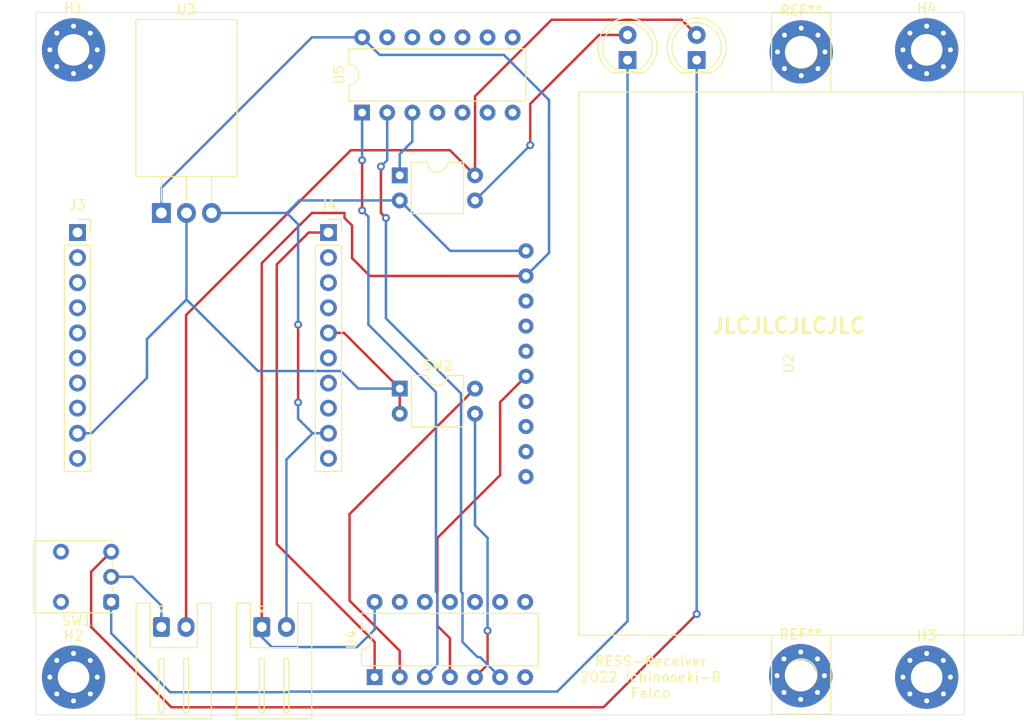
<source format=kicad_pcb>
(kicad_pcb (version 20171130) (host pcbnew "(5.1.9)-1")

  (general
    (thickness 1.6)
    (drawings 6)
    (tracks 130)
    (zones 0)
    (modules 19)
    (nets 16)
  )

  (page A4)
  (layers
    (0 F.Cu signal)
    (31 B.Cu signal)
    (32 B.Adhes user)
    (33 F.Adhes user)
    (34 B.Paste user)
    (35 F.Paste user)
    (36 B.SilkS user)
    (37 F.SilkS user)
    (38 B.Mask user)
    (39 F.Mask user)
    (40 Dwgs.User user)
    (41 Cmts.User user)
    (42 Eco1.User user)
    (43 Eco2.User user)
    (44 Edge.Cuts user)
    (45 Margin user)
    (46 B.CrtYd user hide)
    (47 F.CrtYd user hide)
    (48 B.Fab user hide)
    (49 F.Fab user hide)
  )

  (setup
    (last_trace_width 0.25)
    (trace_clearance 0.2)
    (zone_clearance 0.508)
    (zone_45_only no)
    (trace_min 0.2)
    (via_size 0.8)
    (via_drill 0.4)
    (via_min_size 0.4)
    (via_min_drill 0.3)
    (uvia_size 0.3)
    (uvia_drill 0.1)
    (uvias_allowed no)
    (uvia_min_size 0.2)
    (uvia_min_drill 0.1)
    (edge_width 0.05)
    (segment_width 0.2)
    (pcb_text_width 0.3)
    (pcb_text_size 1.5 1.5)
    (mod_edge_width 0.12)
    (mod_text_size 1 1)
    (mod_text_width 0.15)
    (pad_size 3.1 3.1)
    (pad_drill 3.1)
    (pad_to_mask_clearance 0)
    (aux_axis_origin 0 0)
    (visible_elements 7FFFFF7F)
    (pcbplotparams
      (layerselection 0x010fc_ffffffff)
      (usegerberextensions false)
      (usegerberattributes true)
      (usegerberadvancedattributes true)
      (creategerberjobfile true)
      (excludeedgelayer true)
      (linewidth 0.100000)
      (plotframeref false)
      (viasonmask false)
      (mode 1)
      (useauxorigin false)
      (hpglpennumber 1)
      (hpglpenspeed 20)
      (hpglpendiameter 15.000000)
      (psnegative false)
      (psa4output false)
      (plotreference true)
      (plotvalue true)
      (plotinvisibletext false)
      (padsonsilk false)
      (subtractmaskfromsilk false)
      (outputformat 1)
      (mirror false)
      (drillshape 0)
      (scaleselection 1)
      (outputdirectory "Output/"))
  )

  (net 0 "")
  (net 1 "Net-(D1-Pad1)")
  (net 2 "Net-(D1-Pad2)")
  (net 3 "Net-(D2-Pad1)")
  (net 4 GND)
  (net 5 "Net-(D2-Pad2)")
  (net 6 +5V)
  (net 7 "Net-(J6-Pad1)")
  (net 8 +3V3)
  (net 9 OUT1)
  (net 10 OUT4)
  (net 11 OUT3)
  (net 12 OUT)
  (net 13 OUT2)
  (net 14 OUT5)
  (net 15 OUT6)

  (net_class Default "This is the default net class."
    (clearance 0.2)
    (trace_width 0.25)
    (via_dia 0.8)
    (via_drill 0.4)
    (uvia_dia 0.3)
    (uvia_drill 0.1)
    (add_net +3V3)
    (add_net +5V)
    (add_net GND)
    (add_net "Net-(D1-Pad1)")
    (add_net "Net-(D1-Pad2)")
    (add_net "Net-(D2-Pad1)")
    (add_net "Net-(D2-Pad2)")
    (add_net "Net-(J6-Pad1)")
    (add_net OUT)
    (add_net OUT1)
    (add_net OUT2)
    (add_net OUT3)
    (add_net OUT4)
    (add_net OUT5)
    (add_net OUT6)
  )

  (module MountingHole:MountingHole_3.2mm_M3_Pad_Via (layer F.Cu) (tedit 56DDBCCA) (tstamp 62C85F56)
    (at 177.7492 148.4376)
    (descr "Mounting Hole 3.2mm, M3")
    (tags "mounting hole 3.2mm m3")
    (attr virtual)
    (fp_text reference REF** (at 0 -4.2) (layer F.SilkS)
      (effects (font (size 1 1) (thickness 0.15)))
    )
    (fp_text value MountingHole_3.2mm_M3_Pad_Via (at 0 4.2) (layer F.Fab)
      (effects (font (size 1 1) (thickness 0.15)))
    )
    (fp_circle (center 0 0) (end 3.2 0) (layer Cmts.User) (width 0.15))
    (fp_circle (center 0 0) (end 3.45 0) (layer F.CrtYd) (width 0.05))
    (fp_text user %R (at 0.3 0) (layer F.Fab)
      (effects (font (size 1 1) (thickness 0.15)))
    )
    (pad 1 thru_hole circle (at 0 0) (size 6.4 6.4) (drill 3.2) (layers *.Cu *.Mask))
    (pad 1 thru_hole circle (at 2.4 0) (size 0.8 0.8) (drill 0.5) (layers *.Cu *.Mask))
    (pad 1 thru_hole circle (at 1.697056 1.697056) (size 0.8 0.8) (drill 0.5) (layers *.Cu *.Mask))
    (pad 1 thru_hole circle (at 0 2.4) (size 0.8 0.8) (drill 0.5) (layers *.Cu *.Mask))
    (pad 1 thru_hole circle (at -1.697056 1.697056) (size 0.8 0.8) (drill 0.5) (layers *.Cu *.Mask))
    (pad 1 thru_hole circle (at -2.4 0) (size 0.8 0.8) (drill 0.5) (layers *.Cu *.Mask))
    (pad 1 thru_hole circle (at -1.697056 -1.697056) (size 0.8 0.8) (drill 0.5) (layers *.Cu *.Mask))
    (pad 1 thru_hole circle (at 0 -2.4) (size 0.8 0.8) (drill 0.5) (layers *.Cu *.Mask))
    (pad 1 thru_hole circle (at 1.697056 -1.697056) (size 0.8 0.8) (drill 0.5) (layers *.Cu *.Mask))
  )

  (module MountingHole:MountingHole_3.2mm_M3_Pad_Via (layer F.Cu) (tedit 56DDBCCA) (tstamp 62C85F03)
    (at 177.8 85.2932)
    (descr "Mounting Hole 3.2mm, M3")
    (tags "mounting hole 3.2mm m3")
    (attr virtual)
    (fp_text reference REF** (at 0 -4.2) (layer F.SilkS)
      (effects (font (size 1 1) (thickness 0.15)))
    )
    (fp_text value MountingHole_3.2mm_M3_Pad_Via (at 0 4.2) (layer F.Fab)
      (effects (font (size 1 1) (thickness 0.15)))
    )
    (fp_circle (center 0 0) (end 3.2 0) (layer Cmts.User) (width 0.15))
    (fp_circle (center 0 0) (end 3.45 0) (layer F.CrtYd) (width 0.05))
    (fp_text user %R (at 0.3 0) (layer F.Fab)
      (effects (font (size 1 1) (thickness 0.15)))
    )
    (pad 1 thru_hole circle (at 1.697056 -1.697056) (size 0.8 0.8) (drill 0.5) (layers *.Cu *.Mask))
    (pad 1 thru_hole circle (at 0 -2.4) (size 0.8 0.8) (drill 0.5) (layers *.Cu *.Mask))
    (pad 1 thru_hole circle (at -1.697056 -1.697056) (size 0.8 0.8) (drill 0.5) (layers *.Cu *.Mask))
    (pad 1 thru_hole circle (at -2.4 0) (size 0.8 0.8) (drill 0.5) (layers *.Cu *.Mask))
    (pad 1 thru_hole circle (at -1.697056 1.697056) (size 0.8 0.8) (drill 0.5) (layers *.Cu *.Mask))
    (pad 1 thru_hole circle (at 0 2.4) (size 0.8 0.8) (drill 0.5) (layers *.Cu *.Mask))
    (pad 1 thru_hole circle (at 1.697056 1.697056) (size 0.8 0.8) (drill 0.5) (layers *.Cu *.Mask))
    (pad 1 thru_hole circle (at 2.4 0) (size 0.8 0.8) (drill 0.5) (layers *.Cu *.Mask))
    (pad 1 thru_hole circle (at 0 0) (size 6.4 6.4) (drill 3.2) (layers *.Cu *.Mask))
  )

  (module Connector_PinSocket_2.54mm:PinSocket_1x10_P2.54mm_Vertical (layer F.Cu) (tedit 5A19A425) (tstamp 60B0B475)
    (at 104.54 103.58)
    (descr "Through hole straight socket strip, 1x10, 2.54mm pitch, single row (from Kicad 4.0.7), script generated")
    (tags "Through hole socket strip THT 1x10 2.54mm single row")
    (path /60B01E56)
    (fp_text reference J3 (at 0 -2.77) (layer F.SilkS)
      (effects (font (size 1 1) (thickness 0.15)))
    )
    (fp_text value ADP_L (at 0 25.63) (layer F.Fab)
      (effects (font (size 1 1) (thickness 0.15)))
    )
    (fp_line (start -1.27 -1.27) (end 0.635 -1.27) (layer F.Fab) (width 0.1))
    (fp_line (start 0.635 -1.27) (end 1.27 -0.635) (layer F.Fab) (width 0.1))
    (fp_line (start 1.27 -0.635) (end 1.27 24.13) (layer F.Fab) (width 0.1))
    (fp_line (start 1.27 24.13) (end -1.27 24.13) (layer F.Fab) (width 0.1))
    (fp_line (start -1.27 24.13) (end -1.27 -1.27) (layer F.Fab) (width 0.1))
    (fp_line (start -1.33 1.27) (end 1.33 1.27) (layer F.SilkS) (width 0.12))
    (fp_line (start -1.33 1.27) (end -1.33 24.19) (layer F.SilkS) (width 0.12))
    (fp_line (start -1.33 24.19) (end 1.33 24.19) (layer F.SilkS) (width 0.12))
    (fp_line (start 1.33 1.27) (end 1.33 24.19) (layer F.SilkS) (width 0.12))
    (fp_line (start 1.33 -1.33) (end 1.33 0) (layer F.SilkS) (width 0.12))
    (fp_line (start 0 -1.33) (end 1.33 -1.33) (layer F.SilkS) (width 0.12))
    (fp_line (start -1.8 -1.8) (end 1.75 -1.8) (layer F.CrtYd) (width 0.05))
    (fp_line (start 1.75 -1.8) (end 1.75 24.6) (layer F.CrtYd) (width 0.05))
    (fp_line (start 1.75 24.6) (end -1.8 24.6) (layer F.CrtYd) (width 0.05))
    (fp_line (start -1.8 24.6) (end -1.8 -1.8) (layer F.CrtYd) (width 0.05))
    (fp_text user %R (at 0 11.43 90) (layer F.Fab)
      (effects (font (size 1 1) (thickness 0.15)))
    )
    (pad 1 thru_hole rect (at 0 0) (size 1.7 1.7) (drill 1) (layers *.Cu *.Mask))
    (pad 2 thru_hole oval (at 0 2.54) (size 1.7 1.7) (drill 1) (layers *.Cu *.Mask))
    (pad 3 thru_hole oval (at 0 5.08) (size 1.7 1.7) (drill 1) (layers *.Cu *.Mask))
    (pad 4 thru_hole oval (at 0 7.62) (size 1.7 1.7) (drill 1) (layers *.Cu *.Mask))
    (pad 5 thru_hole oval (at 0 10.16) (size 1.7 1.7) (drill 1) (layers *.Cu *.Mask))
    (pad 6 thru_hole oval (at 0 12.7) (size 1.7 1.7) (drill 1) (layers *.Cu *.Mask))
    (pad 7 thru_hole oval (at 0 15.24) (size 1.7 1.7) (drill 1) (layers *.Cu *.Mask))
    (pad 8 thru_hole oval (at 0 17.78) (size 1.7 1.7) (drill 1) (layers *.Cu *.Mask))
    (pad 9 thru_hole oval (at 0 20.32) (size 1.7 1.7) (drill 1) (layers *.Cu *.Mask)
      (net 8 +3V3))
    (pad 10 thru_hole oval (at 0 22.86) (size 1.7 1.7) (drill 1) (layers *.Cu *.Mask))
    (model ${KISYS3DMOD}/Connector_PinSocket_2.54mm.3dshapes/PinSocket_1x10_P2.54mm_Vertical.wrl
      (at (xyz 0 0 0))
      (scale (xyz 1 1 1))
      (rotate (xyz 0 0 0))
    )
  )

  (module Connector_PinSocket_2.54mm:PinSocket_1x10_P2.54mm_Vertical (layer F.Cu) (tedit 5A19A425) (tstamp 60B0B4CC)
    (at 129.94 103.58)
    (descr "Through hole straight socket strip, 1x10, 2.54mm pitch, single row (from Kicad 4.0.7), script generated")
    (tags "Through hole socket strip THT 1x10 2.54mm single row")
    (path /60B038BF)
    (fp_text reference J4 (at 0 -2.77) (layer F.SilkS)
      (effects (font (size 1 1) (thickness 0.15)))
    )
    (fp_text value ADP_R (at 0 25.63) (layer F.Fab)
      (effects (font (size 1 1) (thickness 0.15)))
    )
    (fp_line (start -1.8 24.6) (end -1.8 -1.8) (layer F.CrtYd) (width 0.05))
    (fp_line (start 1.75 24.6) (end -1.8 24.6) (layer F.CrtYd) (width 0.05))
    (fp_line (start 1.75 -1.8) (end 1.75 24.6) (layer F.CrtYd) (width 0.05))
    (fp_line (start -1.8 -1.8) (end 1.75 -1.8) (layer F.CrtYd) (width 0.05))
    (fp_line (start 0 -1.33) (end 1.33 -1.33) (layer F.SilkS) (width 0.12))
    (fp_line (start 1.33 -1.33) (end 1.33 0) (layer F.SilkS) (width 0.12))
    (fp_line (start 1.33 1.27) (end 1.33 24.19) (layer F.SilkS) (width 0.12))
    (fp_line (start -1.33 24.19) (end 1.33 24.19) (layer F.SilkS) (width 0.12))
    (fp_line (start -1.33 1.27) (end -1.33 24.19) (layer F.SilkS) (width 0.12))
    (fp_line (start -1.33 1.27) (end 1.33 1.27) (layer F.SilkS) (width 0.12))
    (fp_line (start -1.27 24.13) (end -1.27 -1.27) (layer F.Fab) (width 0.1))
    (fp_line (start 1.27 24.13) (end -1.27 24.13) (layer F.Fab) (width 0.1))
    (fp_line (start 1.27 -0.635) (end 1.27 24.13) (layer F.Fab) (width 0.1))
    (fp_line (start 0.635 -1.27) (end 1.27 -0.635) (layer F.Fab) (width 0.1))
    (fp_line (start -1.27 -1.27) (end 0.635 -1.27) (layer F.Fab) (width 0.1))
    (fp_text user %R (at 0 11.43 90) (layer F.Fab)
      (effects (font (size 1 1) (thickness 0.15)))
    )
    (pad 10 thru_hole oval (at 0 22.86) (size 1.7 1.7) (drill 1) (layers *.Cu *.Mask))
    (pad 9 thru_hole oval (at 0 20.32) (size 1.7 1.7) (drill 1) (layers *.Cu *.Mask)
      (net 4 GND))
    (pad 8 thru_hole oval (at 0 17.78) (size 1.7 1.7) (drill 1) (layers *.Cu *.Mask))
    (pad 7 thru_hole oval (at 0 15.24) (size 1.7 1.7) (drill 1) (layers *.Cu *.Mask))
    (pad 6 thru_hole oval (at 0 12.7) (size 1.7 1.7) (drill 1) (layers *.Cu *.Mask))
    (pad 5 thru_hole oval (at 0 10.16) (size 1.7 1.7) (drill 1) (layers *.Cu *.Mask)
      (net 8 +3V3))
    (pad 4 thru_hole oval (at 0 7.62) (size 1.7 1.7) (drill 1) (layers *.Cu *.Mask))
    (pad 3 thru_hole oval (at 0 5.08) (size 1.7 1.7) (drill 1) (layers *.Cu *.Mask))
    (pad 2 thru_hole oval (at 0 2.54) (size 1.7 1.7) (drill 1) (layers *.Cu *.Mask))
    (pad 1 thru_hole rect (at 0 0) (size 1.7 1.7) (drill 1) (layers *.Cu *.Mask)
      (net 9 OUT1))
    (model ${KISYS3DMOD}/Connector_PinSocket_2.54mm.3dshapes/PinSocket_1x10_P2.54mm_Vertical.wrl
      (at (xyz 0 0 0))
      (scale (xyz 1 1 1))
      (rotate (xyz 0 0 0))
    )
  )

  (module Connector_JST:JST_XH_S2B-XH-A_1x02_P2.50mm_Horizontal (layer F.Cu) (tedit 5C281475) (tstamp 60B05C93)
    (at 123.19 143.51)
    (descr "JST XH series connector, S2B-XH-A (http://www.jst-mfg.com/product/pdf/eng/eXH.pdf), generated with kicad-footprint-generator")
    (tags "connector JST XH horizontal")
    (path /60B39C1D)
    (fp_text reference J5 (at 1.25 -3.5) (layer F.SilkS) hide
      (effects (font (size 1 1) (thickness 0.15)))
    )
    (fp_text value Power (at 1.25 10.4) (layer F.Fab)
      (effects (font (size 1 1) (thickness 0.15)))
    )
    (fp_line (start -2.95 -2.8) (end -2.95 9.7) (layer F.CrtYd) (width 0.05))
    (fp_line (start -2.95 9.7) (end 5.45 9.7) (layer F.CrtYd) (width 0.05))
    (fp_line (start 5.45 9.7) (end 5.45 -2.8) (layer F.CrtYd) (width 0.05))
    (fp_line (start 5.45 -2.8) (end -2.95 -2.8) (layer F.CrtYd) (width 0.05))
    (fp_line (start 1.25 9.31) (end -2.56 9.31) (layer F.SilkS) (width 0.12))
    (fp_line (start -2.56 9.31) (end -2.56 -2.41) (layer F.SilkS) (width 0.12))
    (fp_line (start -2.56 -2.41) (end -1.14 -2.41) (layer F.SilkS) (width 0.12))
    (fp_line (start -1.14 -2.41) (end -1.14 2.09) (layer F.SilkS) (width 0.12))
    (fp_line (start -1.14 2.09) (end 1.25 2.09) (layer F.SilkS) (width 0.12))
    (fp_line (start 1.25 9.31) (end 5.06 9.31) (layer F.SilkS) (width 0.12))
    (fp_line (start 5.06 9.31) (end 5.06 -2.41) (layer F.SilkS) (width 0.12))
    (fp_line (start 5.06 -2.41) (end 3.64 -2.41) (layer F.SilkS) (width 0.12))
    (fp_line (start 3.64 -2.41) (end 3.64 2.09) (layer F.SilkS) (width 0.12))
    (fp_line (start 3.64 2.09) (end 1.25 2.09) (layer F.SilkS) (width 0.12))
    (fp_line (start 1.25 9.2) (end -2.45 9.2) (layer F.Fab) (width 0.1))
    (fp_line (start -2.45 9.2) (end -2.45 -2.3) (layer F.Fab) (width 0.1))
    (fp_line (start -2.45 -2.3) (end -1.25 -2.3) (layer F.Fab) (width 0.1))
    (fp_line (start -1.25 -2.3) (end -1.25 2.2) (layer F.Fab) (width 0.1))
    (fp_line (start -1.25 2.2) (end 1.25 2.2) (layer F.Fab) (width 0.1))
    (fp_line (start 1.25 9.2) (end 4.95 9.2) (layer F.Fab) (width 0.1))
    (fp_line (start 4.95 9.2) (end 4.95 -2.3) (layer F.Fab) (width 0.1))
    (fp_line (start 4.95 -2.3) (end 3.75 -2.3) (layer F.Fab) (width 0.1))
    (fp_line (start 3.75 -2.3) (end 3.75 2.2) (layer F.Fab) (width 0.1))
    (fp_line (start 3.75 2.2) (end 1.25 2.2) (layer F.Fab) (width 0.1))
    (fp_line (start -0.25 3.2) (end -0.25 8.7) (layer F.SilkS) (width 0.12))
    (fp_line (start -0.25 8.7) (end 0.25 8.7) (layer F.SilkS) (width 0.12))
    (fp_line (start 0.25 8.7) (end 0.25 3.2) (layer F.SilkS) (width 0.12))
    (fp_line (start 0.25 3.2) (end -0.25 3.2) (layer F.SilkS) (width 0.12))
    (fp_line (start 2.25 3.2) (end 2.25 8.7) (layer F.SilkS) (width 0.12))
    (fp_line (start 2.25 8.7) (end 2.75 8.7) (layer F.SilkS) (width 0.12))
    (fp_line (start 2.75 8.7) (end 2.75 3.2) (layer F.SilkS) (width 0.12))
    (fp_line (start 2.75 3.2) (end 2.25 3.2) (layer F.SilkS) (width 0.12))
    (fp_line (start 0 -1.5) (end -0.3 -2.1) (layer F.SilkS) (width 0.12))
    (fp_line (start -0.3 -2.1) (end 0.3 -2.1) (layer F.SilkS) (width 0.12))
    (fp_line (start 0.3 -2.1) (end 0 -1.5) (layer F.SilkS) (width 0.12))
    (fp_line (start -0.625 2.2) (end 0 1.2) (layer F.Fab) (width 0.1))
    (fp_line (start 0 1.2) (end 0.625 2.2) (layer F.Fab) (width 0.1))
    (fp_text user %R (at 1.25 3.45) (layer F.Fab)
      (effects (font (size 1 1) (thickness 0.15)))
    )
    (pad 1 thru_hole roundrect (at 0 0) (size 1.7 2) (drill 1) (layers *.Cu *.Mask) (roundrect_rratio 0.1470588235294118)
      (net 6 +5V))
    (pad 2 thru_hole oval (at 2.5 0) (size 1.7 2) (drill 1) (layers *.Cu *.Mask)
      (net 4 GND))
    (model ${KISYS3DMOD}/Connector_JST.3dshapes/JST_XH_S2B-XH-A_1x02_P2.50mm_Horizontal.wrl
      (at (xyz 0 0 0))
      (scale (xyz 1 1 1))
      (rotate (xyz 0 0 0))
    )
  )

  (module Connector_JST:JST_XH_S2B-XH-A_1x02_P2.50mm_Horizontal (layer F.Cu) (tedit 5C281475) (tstamp 60B05D03)
    (at 113.03 143.51)
    (descr "JST XH series connector, S2B-XH-A (http://www.jst-mfg.com/product/pdf/eng/eXH.pdf), generated with kicad-footprint-generator")
    (tags "connector JST XH horizontal")
    (path /60BC7FBD)
    (fp_text reference J6 (at 1.25 -3.5) (layer F.SilkS) hide
      (effects (font (size 1 1) (thickness 0.15)))
    )
    (fp_text value RESS_OUT1 (at 1.25 10.4) (layer F.Fab)
      (effects (font (size 1 1) (thickness 0.15)))
    )
    (fp_line (start -2.95 -2.8) (end -2.95 9.7) (layer F.CrtYd) (width 0.05))
    (fp_line (start -2.95 9.7) (end 5.45 9.7) (layer F.CrtYd) (width 0.05))
    (fp_line (start 5.45 9.7) (end 5.45 -2.8) (layer F.CrtYd) (width 0.05))
    (fp_line (start 5.45 -2.8) (end -2.95 -2.8) (layer F.CrtYd) (width 0.05))
    (fp_line (start 1.25 9.31) (end -2.56 9.31) (layer F.SilkS) (width 0.12))
    (fp_line (start -2.56 9.31) (end -2.56 -2.41) (layer F.SilkS) (width 0.12))
    (fp_line (start -2.56 -2.41) (end -1.14 -2.41) (layer F.SilkS) (width 0.12))
    (fp_line (start -1.14 -2.41) (end -1.14 2.09) (layer F.SilkS) (width 0.12))
    (fp_line (start -1.14 2.09) (end 1.25 2.09) (layer F.SilkS) (width 0.12))
    (fp_line (start 1.25 9.31) (end 5.06 9.31) (layer F.SilkS) (width 0.12))
    (fp_line (start 5.06 9.31) (end 5.06 -2.41) (layer F.SilkS) (width 0.12))
    (fp_line (start 5.06 -2.41) (end 3.64 -2.41) (layer F.SilkS) (width 0.12))
    (fp_line (start 3.64 -2.41) (end 3.64 2.09) (layer F.SilkS) (width 0.12))
    (fp_line (start 3.64 2.09) (end 1.25 2.09) (layer F.SilkS) (width 0.12))
    (fp_line (start 1.25 9.2) (end -2.45 9.2) (layer F.Fab) (width 0.1))
    (fp_line (start -2.45 9.2) (end -2.45 -2.3) (layer F.Fab) (width 0.1))
    (fp_line (start -2.45 -2.3) (end -1.25 -2.3) (layer F.Fab) (width 0.1))
    (fp_line (start -1.25 -2.3) (end -1.25 2.2) (layer F.Fab) (width 0.1))
    (fp_line (start -1.25 2.2) (end 1.25 2.2) (layer F.Fab) (width 0.1))
    (fp_line (start 1.25 9.2) (end 4.95 9.2) (layer F.Fab) (width 0.1))
    (fp_line (start 4.95 9.2) (end 4.95 -2.3) (layer F.Fab) (width 0.1))
    (fp_line (start 4.95 -2.3) (end 3.75 -2.3) (layer F.Fab) (width 0.1))
    (fp_line (start 3.75 -2.3) (end 3.75 2.2) (layer F.Fab) (width 0.1))
    (fp_line (start 3.75 2.2) (end 1.25 2.2) (layer F.Fab) (width 0.1))
    (fp_line (start -0.25 3.2) (end -0.25 8.7) (layer F.SilkS) (width 0.12))
    (fp_line (start -0.25 8.7) (end 0.25 8.7) (layer F.SilkS) (width 0.12))
    (fp_line (start 0.25 8.7) (end 0.25 3.2) (layer F.SilkS) (width 0.12))
    (fp_line (start 0.25 3.2) (end -0.25 3.2) (layer F.SilkS) (width 0.12))
    (fp_line (start 2.25 3.2) (end 2.25 8.7) (layer F.SilkS) (width 0.12))
    (fp_line (start 2.25 8.7) (end 2.75 8.7) (layer F.SilkS) (width 0.12))
    (fp_line (start 2.75 8.7) (end 2.75 3.2) (layer F.SilkS) (width 0.12))
    (fp_line (start 2.75 3.2) (end 2.25 3.2) (layer F.SilkS) (width 0.12))
    (fp_line (start 0 -1.5) (end -0.3 -2.1) (layer F.SilkS) (width 0.12))
    (fp_line (start -0.3 -2.1) (end 0.3 -2.1) (layer F.SilkS) (width 0.12))
    (fp_line (start 0.3 -2.1) (end 0 -1.5) (layer F.SilkS) (width 0.12))
    (fp_line (start -0.625 2.2) (end 0 1.2) (layer F.Fab) (width 0.1))
    (fp_line (start 0 1.2) (end 0.625 2.2) (layer F.Fab) (width 0.1))
    (fp_text user %R (at 1.25 3.45) (layer F.Fab)
      (effects (font (size 1 1) (thickness 0.15)))
    )
    (pad 1 thru_hole roundrect (at 0 0) (size 1.7 2) (drill 1) (layers *.Cu *.Mask) (roundrect_rratio 0.1470588235294118)
      (net 7 "Net-(J6-Pad1)"))
    (pad 2 thru_hole oval (at 2.5 0) (size 1.7 2) (drill 1) (layers *.Cu *.Mask)
      (net 5 "Net-(D2-Pad2)"))
    (model ${KISYS3DMOD}/Connector_JST.3dshapes/JST_XH_S2B-XH-A_1x02_P2.50mm_Horizontal.wrl
      (at (xyz 0 0 0))
      (scale (xyz 1 1 1))
      (rotate (xyz 0 0 0))
    )
  )

  (module Package_DIP:DIP-4_W7.62mm (layer F.Cu) (tedit 5A02E8C5) (tstamp 60B0B42A)
    (at 137.16 97.79)
    (descr "4-lead though-hole mounted DIP package, row spacing 7.62 mm (300 mils)")
    (tags "THT DIP DIL PDIP 2.54mm 7.62mm 300mil")
    (path /60AF1260)
    (fp_text reference U1 (at 3.81 -2.33) (layer F.SilkS) hide
      (effects (font (size 1 1) (thickness 0.15)))
    )
    (fp_text value LTV-817 (at 3.81 4.87) (layer F.Fab)
      (effects (font (size 1 1) (thickness 0.15)))
    )
    (fp_line (start 1.635 -1.27) (end 6.985 -1.27) (layer F.Fab) (width 0.1))
    (fp_line (start 6.985 -1.27) (end 6.985 3.81) (layer F.Fab) (width 0.1))
    (fp_line (start 6.985 3.81) (end 0.635 3.81) (layer F.Fab) (width 0.1))
    (fp_line (start 0.635 3.81) (end 0.635 -0.27) (layer F.Fab) (width 0.1))
    (fp_line (start 0.635 -0.27) (end 1.635 -1.27) (layer F.Fab) (width 0.1))
    (fp_line (start 2.81 -1.33) (end 1.16 -1.33) (layer F.SilkS) (width 0.12))
    (fp_line (start 1.16 -1.33) (end 1.16 3.87) (layer F.SilkS) (width 0.12))
    (fp_line (start 1.16 3.87) (end 6.46 3.87) (layer F.SilkS) (width 0.12))
    (fp_line (start 6.46 3.87) (end 6.46 -1.33) (layer F.SilkS) (width 0.12))
    (fp_line (start 6.46 -1.33) (end 4.81 -1.33) (layer F.SilkS) (width 0.12))
    (fp_line (start -1.1 -1.55) (end -1.1 4.1) (layer F.CrtYd) (width 0.05))
    (fp_line (start -1.1 4.1) (end 8.7 4.1) (layer F.CrtYd) (width 0.05))
    (fp_line (start 8.7 4.1) (end 8.7 -1.55) (layer F.CrtYd) (width 0.05))
    (fp_line (start 8.7 -1.55) (end -1.1 -1.55) (layer F.CrtYd) (width 0.05))
    (fp_arc (start 3.81 -1.33) (end 2.81 -1.33) (angle -180) (layer F.SilkS) (width 0.12))
    (fp_text user %R (at 3.81 1.27) (layer F.Fab)
      (effects (font (size 1 1) (thickness 0.15)))
    )
    (pad 1 thru_hole rect (at 0 0) (size 1.6 1.6) (drill 0.8) (layers *.Cu *.Mask)
      (net 12 OUT))
    (pad 3 thru_hole oval (at 7.62 2.54) (size 1.6 1.6) (drill 0.8) (layers *.Cu *.Mask)
      (net 2 "Net-(D1-Pad2)"))
    (pad 2 thru_hole oval (at 0 2.54) (size 1.6 1.6) (drill 0.8) (layers *.Cu *.Mask)
      (net 4 GND))
    (pad 4 thru_hole oval (at 7.62 0) (size 1.6 1.6) (drill 0.8) (layers *.Cu *.Mask)
      (net 5 "Net-(D2-Pad2)"))
    (model ${KISYS3DMOD}/Package_DIP.3dshapes/DIP-4_W7.62mm.wrl
      (at (xyz 0 0 0))
      (scale (xyz 1 1 1))
      (rotate (xyz 0 0 0))
    )
  )

  (module LED_THT:LED_D5.0mm (layer F.Cu) (tedit 5995936A) (tstamp 60AF8D9C)
    (at 160.22 86.12 90)
    (descr "LED, diameter 5.0mm, 2 pins, http://cdn-reichelt.de/documents/datenblatt/A500/LL-504BC2E-009.pdf")
    (tags "LED diameter 5.0mm 2 pins")
    (path /60B360E0)
    (fp_text reference D1 (at 1.27 5.08) (layer F.SilkS) hide
      (effects (font (size 1 1) (thickness 0.15)))
    )
    (fp_text value LED (at 1.27 3.96 90) (layer F.Fab) hide
      (effects (font (size 1 1) (thickness 0.15)))
    )
    (fp_line (start 4.5 -3.25) (end -1.95 -3.25) (layer F.CrtYd) (width 0.05))
    (fp_line (start 4.5 3.25) (end 4.5 -3.25) (layer F.CrtYd) (width 0.05))
    (fp_line (start -1.95 3.25) (end 4.5 3.25) (layer F.CrtYd) (width 0.05))
    (fp_line (start -1.95 -3.25) (end -1.95 3.25) (layer F.CrtYd) (width 0.05))
    (fp_line (start -1.29 -1.545) (end -1.29 1.545) (layer F.SilkS) (width 0.12))
    (fp_line (start -1.23 -1.469694) (end -1.23 1.469694) (layer F.Fab) (width 0.1))
    (fp_circle (center 1.27 0) (end 3.77 0) (layer F.SilkS) (width 0.12))
    (fp_circle (center 1.27 0) (end 3.77 0) (layer F.Fab) (width 0.1))
    (fp_arc (start 1.27 0) (end -1.23 -1.469694) (angle 299.1) (layer F.Fab) (width 0.1))
    (fp_arc (start 1.27 0) (end -1.29 -1.54483) (angle 148.9) (layer F.SilkS) (width 0.12))
    (fp_arc (start 1.27 0) (end -1.29 1.54483) (angle -148.9) (layer F.SilkS) (width 0.12))
    (fp_text user %R (at 1.25 0 90) (layer F.Fab)
      (effects (font (size 0.8 0.8) (thickness 0.2)))
    )
    (pad 1 thru_hole rect (at 0 0 90) (size 1.8 1.8) (drill 0.9) (layers *.Cu *.Mask)
      (net 1 "Net-(D1-Pad1)"))
    (pad 2 thru_hole circle (at 2.54 0 90) (size 1.8 1.8) (drill 0.9) (layers *.Cu *.Mask)
      (net 2 "Net-(D1-Pad2)"))
    (model ${KISYS3DMOD}/LED_THT.3dshapes/LED_D5.0mm.wrl
      (at (xyz 0 0 0))
      (scale (xyz 1 1 1))
      (rotate (xyz 0 0 0))
    )
  )

  (module LED_THT:LED_D5.0mm (layer F.Cu) (tedit 5995936A) (tstamp 60AF8DAD)
    (at 167.22 86.12 90)
    (descr "LED, diameter 5.0mm, 2 pins, http://cdn-reichelt.de/documents/datenblatt/A500/LL-504BC2E-009.pdf")
    (tags "LED diameter 5.0mm 2 pins")
    (path /60B97B28)
    (fp_text reference D2 (at 1.27 6.35) (layer F.SilkS) hide
      (effects (font (size 1 1) (thickness 0.15)) (justify right))
    )
    (fp_text value LED (at 1.27 3.96 90) (layer F.Fab)
      (effects (font (size 1 1) (thickness 0.15)))
    )
    (fp_circle (center 1.27 0) (end 3.77 0) (layer F.Fab) (width 0.1))
    (fp_circle (center 1.27 0) (end 3.77 0) (layer F.SilkS) (width 0.12))
    (fp_line (start -1.23 -1.469694) (end -1.23 1.469694) (layer F.Fab) (width 0.1))
    (fp_line (start -1.29 -1.545) (end -1.29 1.545) (layer F.SilkS) (width 0.12))
    (fp_line (start -1.95 -3.25) (end -1.95 3.25) (layer F.CrtYd) (width 0.05))
    (fp_line (start -1.95 3.25) (end 4.5 3.25) (layer F.CrtYd) (width 0.05))
    (fp_line (start 4.5 3.25) (end 4.5 -3.25) (layer F.CrtYd) (width 0.05))
    (fp_line (start 4.5 -3.25) (end -1.95 -3.25) (layer F.CrtYd) (width 0.05))
    (fp_text user %R (at 1.25 0 90) (layer F.Fab)
      (effects (font (size 0.8 0.8) (thickness 0.2)))
    )
    (fp_arc (start 1.27 0) (end -1.29 1.54483) (angle -148.9) (layer F.SilkS) (width 0.12))
    (fp_arc (start 1.27 0) (end -1.29 -1.54483) (angle 148.9) (layer F.SilkS) (width 0.12))
    (fp_arc (start 1.27 0) (end -1.23 -1.469694) (angle 299.1) (layer F.Fab) (width 0.1))
    (pad 2 thru_hole circle (at 2.54 0 90) (size 1.8 1.8) (drill 0.9) (layers *.Cu *.Mask)
      (net 5 "Net-(D2-Pad2)"))
    (pad 1 thru_hole rect (at 0 0 90) (size 1.8 1.8) (drill 0.9) (layers *.Cu *.Mask)
      (net 3 "Net-(D2-Pad1)"))
    (model ${KISYS3DMOD}/LED_THT.3dshapes/LED_D5.0mm.wrl
      (at (xyz 0 0 0))
      (scale (xyz 1 1 1))
      (rotate (xyz 0 0 0))
    )
  )

  (module MountingHole:MountingHole_3.2mm_M3_Pad_Via (layer F.Cu) (tedit 56DDBCCA) (tstamp 62C7F109)
    (at 104.14 85.09)
    (descr "Mounting Hole 3.2mm, M3")
    (tags "mounting hole 3.2mm m3")
    (path /62CA93D1)
    (attr virtual)
    (fp_text reference H1 (at 0 -4.2) (layer F.SilkS)
      (effects (font (size 1 1) (thickness 0.15)))
    )
    (fp_text value MountingHole (at 0 4.2) (layer F.Fab)
      (effects (font (size 1 1) (thickness 0.15)))
    )
    (fp_circle (center 0 0) (end 3.45 0) (layer F.CrtYd) (width 0.05))
    (fp_circle (center 0 0) (end 3.2 0) (layer Cmts.User) (width 0.15))
    (fp_text user %R (at 0.3 0) (layer F.Fab)
      (effects (font (size 1 1) (thickness 0.15)))
    )
    (pad 1 thru_hole circle (at 0 0) (size 6.4 6.4) (drill 3.2) (layers *.Cu *.Mask))
    (pad 1 thru_hole circle (at 2.4 0) (size 0.8 0.8) (drill 0.5) (layers *.Cu *.Mask))
    (pad 1 thru_hole circle (at 1.697056 1.697056) (size 0.8 0.8) (drill 0.5) (layers *.Cu *.Mask))
    (pad 1 thru_hole circle (at 0 2.4) (size 0.8 0.8) (drill 0.5) (layers *.Cu *.Mask))
    (pad 1 thru_hole circle (at -1.697056 1.697056) (size 0.8 0.8) (drill 0.5) (layers *.Cu *.Mask))
    (pad 1 thru_hole circle (at -2.4 0) (size 0.8 0.8) (drill 0.5) (layers *.Cu *.Mask))
    (pad 1 thru_hole circle (at -1.697056 -1.697056) (size 0.8 0.8) (drill 0.5) (layers *.Cu *.Mask))
    (pad 1 thru_hole circle (at 0 -2.4) (size 0.8 0.8) (drill 0.5) (layers *.Cu *.Mask))
    (pad 1 thru_hole circle (at 1.697056 -1.697056) (size 0.8 0.8) (drill 0.5) (layers *.Cu *.Mask))
  )

  (module MountingHole:MountingHole_3.2mm_M3_Pad_Via (layer F.Cu) (tedit 56DDBCCA) (tstamp 62C7E6C2)
    (at 104.14 148.59)
    (descr "Mounting Hole 3.2mm, M3")
    (tags "mounting hole 3.2mm m3")
    (path /62CABB25)
    (attr virtual)
    (fp_text reference H2 (at 0 -4.2) (layer F.SilkS)
      (effects (font (size 1 1) (thickness 0.15)))
    )
    (fp_text value MountingHole (at 0 4.2) (layer F.Fab)
      (effects (font (size 1 1) (thickness 0.15)))
    )
    (fp_circle (center 0 0) (end 3.2 0) (layer Cmts.User) (width 0.15))
    (fp_circle (center 0 0) (end 3.45 0) (layer F.CrtYd) (width 0.05))
    (fp_text user %R (at 0.3 0) (layer F.Fab)
      (effects (font (size 1 1) (thickness 0.15)))
    )
    (pad 1 thru_hole circle (at 1.697056 -1.697056) (size 0.8 0.8) (drill 0.5) (layers *.Cu *.Mask))
    (pad 1 thru_hole circle (at 0 -2.4) (size 0.8 0.8) (drill 0.5) (layers *.Cu *.Mask))
    (pad 1 thru_hole circle (at -1.697056 -1.697056) (size 0.8 0.8) (drill 0.5) (layers *.Cu *.Mask))
    (pad 1 thru_hole circle (at -2.4 0) (size 0.8 0.8) (drill 0.5) (layers *.Cu *.Mask))
    (pad 1 thru_hole circle (at -1.697056 1.697056) (size 0.8 0.8) (drill 0.5) (layers *.Cu *.Mask))
    (pad 1 thru_hole circle (at 0 2.4) (size 0.8 0.8) (drill 0.5) (layers *.Cu *.Mask))
    (pad 1 thru_hole circle (at 1.697056 1.697056) (size 0.8 0.8) (drill 0.5) (layers *.Cu *.Mask))
    (pad 1 thru_hole circle (at 2.4 0) (size 0.8 0.8) (drill 0.5) (layers *.Cu *.Mask))
    (pad 1 thru_hole circle (at 0 0) (size 6.4 6.4) (drill 3.2) (layers *.Cu *.Mask))
  )

  (module MountingHole:MountingHole_3.2mm_M3_Pad_Via (layer F.Cu) (tedit 56DDBCCA) (tstamp 62C7EE8C)
    (at 190.5 148.59)
    (descr "Mounting Hole 3.2mm, M3")
    (tags "mounting hole 3.2mm m3")
    (path /62CAC3D7)
    (attr virtual)
    (fp_text reference H3 (at 0 -4.2) (layer F.SilkS)
      (effects (font (size 1 1) (thickness 0.15)))
    )
    (fp_text value MountingHole (at 0 4.2) (layer F.Fab)
      (effects (font (size 1 1) (thickness 0.15)))
    )
    (fp_circle (center 0 0) (end 3.45 0) (layer F.CrtYd) (width 0.05))
    (fp_circle (center 0 0) (end 3.2 0) (layer Cmts.User) (width 0.15))
    (fp_text user %R (at 0.3 0) (layer F.Fab)
      (effects (font (size 1 1) (thickness 0.15)))
    )
    (pad 1 thru_hole circle (at 0 0) (size 6.4 6.4) (drill 3.2) (layers *.Cu *.Mask))
    (pad 1 thru_hole circle (at 2.4 0) (size 0.8 0.8) (drill 0.5) (layers *.Cu *.Mask))
    (pad 1 thru_hole circle (at 1.697056 1.697056) (size 0.8 0.8) (drill 0.5) (layers *.Cu *.Mask))
    (pad 1 thru_hole circle (at 0 2.4) (size 0.8 0.8) (drill 0.5) (layers *.Cu *.Mask))
    (pad 1 thru_hole circle (at -1.697056 1.697056) (size 0.8 0.8) (drill 0.5) (layers *.Cu *.Mask))
    (pad 1 thru_hole circle (at -2.4 0) (size 0.8 0.8) (drill 0.5) (layers *.Cu *.Mask))
    (pad 1 thru_hole circle (at -1.697056 -1.697056) (size 0.8 0.8) (drill 0.5) (layers *.Cu *.Mask))
    (pad 1 thru_hole circle (at 0 -2.4) (size 0.8 0.8) (drill 0.5) (layers *.Cu *.Mask))
    (pad 1 thru_hole circle (at 1.697056 -1.697056) (size 0.8 0.8) (drill 0.5) (layers *.Cu *.Mask))
  )

  (module MountingHole:MountingHole_3.2mm_M3_Pad_Via (layer F.Cu) (tedit 56DDBCCA) (tstamp 62C7E6E2)
    (at 190.5 85.09)
    (descr "Mounting Hole 3.2mm, M3")
    (tags "mounting hole 3.2mm m3")
    (path /62CACE22)
    (attr virtual)
    (fp_text reference H4 (at 0 -4.2) (layer F.SilkS)
      (effects (font (size 1 1) (thickness 0.15)))
    )
    (fp_text value MountingHole (at 0 4.2) (layer F.Fab)
      (effects (font (size 1 1) (thickness 0.15)))
    )
    (fp_circle (center 0 0) (end 3.2 0) (layer Cmts.User) (width 0.15))
    (fp_circle (center 0 0) (end 3.45 0) (layer F.CrtYd) (width 0.05))
    (fp_text user %R (at 0.3 0) (layer F.Fab)
      (effects (font (size 1 1) (thickness 0.15)))
    )
    (pad 1 thru_hole circle (at 1.697056 -1.697056) (size 0.8 0.8) (drill 0.5) (layers *.Cu *.Mask))
    (pad 1 thru_hole circle (at 0 -2.4) (size 0.8 0.8) (drill 0.5) (layers *.Cu *.Mask))
    (pad 1 thru_hole circle (at -1.697056 -1.697056) (size 0.8 0.8) (drill 0.5) (layers *.Cu *.Mask))
    (pad 1 thru_hole circle (at -2.4 0) (size 0.8 0.8) (drill 0.5) (layers *.Cu *.Mask))
    (pad 1 thru_hole circle (at -1.697056 1.697056) (size 0.8 0.8) (drill 0.5) (layers *.Cu *.Mask))
    (pad 1 thru_hole circle (at 0 2.4) (size 0.8 0.8) (drill 0.5) (layers *.Cu *.Mask))
    (pad 1 thru_hole circle (at 1.697056 1.697056) (size 0.8 0.8) (drill 0.5) (layers *.Cu *.Mask))
    (pad 1 thru_hole circle (at 2.4 0) (size 0.8 0.8) (drill 0.5) (layers *.Cu *.Mask))
    (pad 1 thru_hole circle (at 0 0) (size 6.4 6.4) (drill 3.2) (layers *.Cu *.Mask))
  )

  (module Package_DIP:DIP-4_W7.62mm (layer F.Cu) (tedit 5A02E8C5) (tstamp 62C7E6FA)
    (at 137.16 119.38)
    (descr "4-lead though-hole mounted DIP package, row spacing 7.62 mm (300 mils)")
    (tags "THT DIP DIL PDIP 2.54mm 7.62mm 300mil")
    (path /62C876DB)
    (fp_text reference SW2 (at 3.81 -2.33) (layer F.SilkS)
      (effects (font (size 1 1) (thickness 0.15)))
    )
    (fp_text value SW_DIP_x02 (at 3.81 4.87) (layer F.Fab)
      (effects (font (size 1 1) (thickness 0.15)))
    )
    (fp_line (start 8.7 -1.55) (end -1.1 -1.55) (layer F.CrtYd) (width 0.05))
    (fp_line (start 8.7 4.1) (end 8.7 -1.55) (layer F.CrtYd) (width 0.05))
    (fp_line (start -1.1 4.1) (end 8.7 4.1) (layer F.CrtYd) (width 0.05))
    (fp_line (start -1.1 -1.55) (end -1.1 4.1) (layer F.CrtYd) (width 0.05))
    (fp_line (start 6.46 -1.33) (end 4.81 -1.33) (layer F.SilkS) (width 0.12))
    (fp_line (start 6.46 3.87) (end 6.46 -1.33) (layer F.SilkS) (width 0.12))
    (fp_line (start 1.16 3.87) (end 6.46 3.87) (layer F.SilkS) (width 0.12))
    (fp_line (start 1.16 -1.33) (end 1.16 3.87) (layer F.SilkS) (width 0.12))
    (fp_line (start 2.81 -1.33) (end 1.16 -1.33) (layer F.SilkS) (width 0.12))
    (fp_line (start 0.635 -0.27) (end 1.635 -1.27) (layer F.Fab) (width 0.1))
    (fp_line (start 0.635 3.81) (end 0.635 -0.27) (layer F.Fab) (width 0.1))
    (fp_line (start 6.985 3.81) (end 0.635 3.81) (layer F.Fab) (width 0.1))
    (fp_line (start 6.985 -1.27) (end 6.985 3.81) (layer F.Fab) (width 0.1))
    (fp_line (start 1.635 -1.27) (end 6.985 -1.27) (layer F.Fab) (width 0.1))
    (fp_arc (start 3.81 -1.33) (end 2.81 -1.33) (angle -180) (layer F.SilkS) (width 0.12))
    (fp_text user %R (at 3.81 1.27) (layer F.Fab)
      (effects (font (size 1 1) (thickness 0.15)))
    )
    (pad 1 thru_hole rect (at 0 0) (size 1.6 1.6) (drill 0.8) (layers *.Cu *.Mask)
      (net 8 +3V3))
    (pad 3 thru_hole oval (at 7.62 2.54) (size 1.6 1.6) (drill 0.8) (layers *.Cu *.Mask)
      (net 10 OUT4))
    (pad 2 thru_hole oval (at 0 2.54) (size 1.6 1.6) (drill 0.8) (layers *.Cu *.Mask)
      (net 8 +3V3))
    (pad 4 thru_hole oval (at 7.62 0) (size 1.6 1.6) (drill 0.8) (layers *.Cu *.Mask)
      (net 11 OUT3))
    (model ${KISYS3DMOD}/Package_DIP.3dshapes/DIP-4_W7.62mm.wrl
      (at (xyz 0 0 0))
      (scale (xyz 1 1 1))
      (rotate (xyz 0 0 0))
    )
  )

  (module RR1A:RR-1A (layer F.Cu) (tedit 62C7B501) (tstamp 62C7F2A6)
    (at 177.8 116.84 270)
    (path /62C7EF96)
    (fp_text reference U2 (at 0 1.27 90) (layer F.SilkS)
      (effects (font (size 1 1) (thickness 0.15)))
    )
    (fp_text value RR-1A (at 0 -0.5 90) (layer F.Fab)
      (effects (font (size 1 1) (thickness 0.15)))
    )
    (fp_line (start 0 -22.5) (end -27.5 -22.5) (layer F.SilkS) (width 0.12))
    (fp_line (start 0 22.5) (end -27.5 22.5) (layer F.SilkS) (width 0.12))
    (fp_line (start -27.5 22.5) (end -27.5 -22.5) (layer F.SilkS) (width 0.12))
    (fp_line (start 0 -22.5) (end 27.5 -22.5) (layer F.SilkS) (width 0.12))
    (fp_line (start 27.5 -22.5) (end 27.5 22.5) (layer F.SilkS) (width 0.12))
    (fp_line (start 27.5 22.5) (end 0 22.5) (layer F.SilkS) (width 0.12))
    (fp_line (start -31.5 -3) (end -27.5 -3) (layer F.SilkS) (width 0.12))
    (fp_line (start -31.5 3) (end -27.5 3) (layer F.SilkS) (width 0.12))
    (fp_line (start 31.5 3) (end 27.5 3) (layer F.SilkS) (width 0.12))
    (fp_line (start 31.5 -3) (end 27.5 -3) (layer F.SilkS) (width 0.12))
    (fp_circle (center 31.5 0) (end 29.9 -0.1) (layer F.SilkS) (width 0.12))
    (fp_line (start 31.5 -3) (end 35.5 -3) (layer F.SilkS) (width 0.12))
    (fp_line (start 35.5 -3) (end 35.5 3) (layer F.SilkS) (width 0.12))
    (fp_line (start 35.5 3) (end 31.5 3) (layer F.SilkS) (width 0.12))
    (fp_circle (center -31.5 0) (end -33.1 0) (layer F.SilkS) (width 0.12))
    (fp_line (start -31.5 3) (end -35.5 3) (layer F.SilkS) (width 0.12))
    (fp_line (start -35.5 3) (end -35.5 -3) (layer F.SilkS) (width 0.12))
    (fp_line (start -35.5 -3) (end -31.5 -3) (layer F.SilkS) (width 0.12))
    (pad 4 thru_hole circle (at -3.7846 27.8638 270) (size 1.524 1.524) (drill 0.762) (layers *.Cu *.Mask))
    (pad 5 thru_hole circle (at -1.2446 27.8638 270) (size 1.524 1.524) (drill 0.762) (layers *.Cu *.Mask))
    (pad 6 thru_hole circle (at 1.2954 27.8638 270) (size 1.524 1.524) (drill 0.762) (layers *.Cu *.Mask)
      (net 13 OUT2))
    (pad 7 thru_hole circle (at 3.8354 27.8638 270) (size 1.524 1.524) (drill 0.762) (layers *.Cu *.Mask))
    (pad 8 thru_hole circle (at 6.3754 27.8638 270) (size 1.524 1.524) (drill 0.762) (layers *.Cu *.Mask))
    (pad 9 thru_hole circle (at 8.9154 27.8638 270) (size 1.524 1.524) (drill 0.762) (layers *.Cu *.Mask))
    (pad 10 thru_hole circle (at 11.4554 27.8638 270) (size 1.524 1.524) (drill 0.762) (layers *.Cu *.Mask))
    (pad 3 thru_hole circle (at -6.3246 27.8638 270) (size 1.524 1.524) (drill 0.762) (layers *.Cu *.Mask))
    (pad 2 thru_hole circle (at -8.8646 27.8638 270) (size 1.524 1.524) (drill 0.762) (layers *.Cu *.Mask)
      (net 6 +5V))
    (pad 1 thru_hole circle (at -11.4046 27.8638 270) (size 1.524 1.524) (drill 0.762) (layers *.Cu *.Mask)
      (net 4 GND))
  )

  (module Package_TO_SOT_THT:TO-220-3_Horizontal_TabDown (layer F.Cu) (tedit 5AC8BA0D) (tstamp 62C7F342)
    (at 113.03 101.6)
    (descr "TO-220-3, Horizontal, RM 2.54mm, see https://www.vishay.com/docs/66542/to-220-1.pdf")
    (tags "TO-220-3 Horizontal RM 2.54mm")
    (path /62C832F5)
    (fp_text reference U3 (at 2.54 -20.58) (layer F.SilkS)
      (effects (font (size 1 1) (thickness 0.15)))
    )
    (fp_text value TA48033S (at 2.54 2) (layer F.Fab)
      (effects (font (size 1 1) (thickness 0.15)))
    )
    (fp_line (start 7.79 -19.71) (end -2.71 -19.71) (layer F.CrtYd) (width 0.05))
    (fp_line (start 7.79 1.25) (end 7.79 -19.71) (layer F.CrtYd) (width 0.05))
    (fp_line (start -2.71 1.25) (end 7.79 1.25) (layer F.CrtYd) (width 0.05))
    (fp_line (start -2.71 -19.71) (end -2.71 1.25) (layer F.CrtYd) (width 0.05))
    (fp_line (start 5.08 -3.69) (end 5.08 -1.15) (layer F.SilkS) (width 0.12))
    (fp_line (start 2.54 -3.69) (end 2.54 -1.15) (layer F.SilkS) (width 0.12))
    (fp_line (start 0 -3.69) (end 0 -1.15) (layer F.SilkS) (width 0.12))
    (fp_line (start 7.66 -19.58) (end 7.66 -3.69) (layer F.SilkS) (width 0.12))
    (fp_line (start -2.58 -19.58) (end -2.58 -3.69) (layer F.SilkS) (width 0.12))
    (fp_line (start -2.58 -19.58) (end 7.66 -19.58) (layer F.SilkS) (width 0.12))
    (fp_line (start -2.58 -3.69) (end 7.66 -3.69) (layer F.SilkS) (width 0.12))
    (fp_line (start 5.08 -3.81) (end 5.08 0) (layer F.Fab) (width 0.1))
    (fp_line (start 2.54 -3.81) (end 2.54 0) (layer F.Fab) (width 0.1))
    (fp_line (start 0 -3.81) (end 0 0) (layer F.Fab) (width 0.1))
    (fp_line (start 7.54 -3.81) (end -2.46 -3.81) (layer F.Fab) (width 0.1))
    (fp_line (start 7.54 -13.06) (end 7.54 -3.81) (layer F.Fab) (width 0.1))
    (fp_line (start -2.46 -13.06) (end 7.54 -13.06) (layer F.Fab) (width 0.1))
    (fp_line (start -2.46 -3.81) (end -2.46 -13.06) (layer F.Fab) (width 0.1))
    (fp_line (start 7.54 -13.06) (end -2.46 -13.06) (layer F.Fab) (width 0.1))
    (fp_line (start 7.54 -19.46) (end 7.54 -13.06) (layer F.Fab) (width 0.1))
    (fp_line (start -2.46 -19.46) (end 7.54 -19.46) (layer F.Fab) (width 0.1))
    (fp_line (start -2.46 -13.06) (end -2.46 -19.46) (layer F.Fab) (width 0.1))
    (fp_circle (center 2.54 -16.66) (end 4.39 -16.66) (layer F.Fab) (width 0.1))
    (fp_text user %R (at 2.54 -20.58) (layer F.Fab)
      (effects (font (size 1 1) (thickness 0.15)))
    )
    (pad "" np_thru_hole oval (at 2.54 -16.66) (size 3.5 3.5) (drill 3.5) (layers *.Cu *.Mask))
    (pad 1 thru_hole rect (at 0 0) (size 1.905 2) (drill 1.1) (layers *.Cu *.Mask)
      (net 6 +5V))
    (pad 2 thru_hole oval (at 2.54 0) (size 1.905 2) (drill 1.1) (layers *.Cu *.Mask)
      (net 8 +3V3))
    (pad 3 thru_hole oval (at 5.08 0) (size 1.905 2) (drill 1.1) (layers *.Cu *.Mask)
      (net 4 GND))
    (model ${KISYS3DMOD}/Package_TO_SOT_THT.3dshapes/TO-220-3_Horizontal_TabDown.wrl
      (at (xyz 0 0 0))
      (scale (xyz 1 1 1))
      (rotate (xyz 0 0 0))
    )
  )

  (module Package_DIP:DIP-14_W7.62mm (layer F.Cu) (tedit 5A02E8C5) (tstamp 62C8572B)
    (at 134.62 148.59 90)
    (descr "14-lead though-hole mounted DIP package, row spacing 7.62 mm (300 mils)")
    (tags "THT DIP DIL PDIP 2.54mm 7.62mm 300mil")
    (path /62CAEDC7)
    (fp_text reference U4 (at 3.81 -2.33 90) (layer F.SilkS)
      (effects (font (size 1 1) (thickness 0.15)))
    )
    (fp_text value TC74HC32AP (at 3.81 17.57 90) (layer F.Fab)
      (effects (font (size 1 1) (thickness 0.15)))
    )
    (fp_line (start 8.7 -1.55) (end -1.1 -1.55) (layer F.CrtYd) (width 0.05))
    (fp_line (start 8.7 16.8) (end 8.7 -1.55) (layer F.CrtYd) (width 0.05))
    (fp_line (start -1.1 16.8) (end 8.7 16.8) (layer F.CrtYd) (width 0.05))
    (fp_line (start -1.1 -1.55) (end -1.1 16.8) (layer F.CrtYd) (width 0.05))
    (fp_line (start 6.46 -1.33) (end 4.81 -1.33) (layer F.SilkS) (width 0.12))
    (fp_line (start 6.46 16.57) (end 6.46 -1.33) (layer F.SilkS) (width 0.12))
    (fp_line (start 1.16 16.57) (end 6.46 16.57) (layer F.SilkS) (width 0.12))
    (fp_line (start 1.16 -1.33) (end 1.16 16.57) (layer F.SilkS) (width 0.12))
    (fp_line (start 2.81 -1.33) (end 1.16 -1.33) (layer F.SilkS) (width 0.12))
    (fp_line (start 0.635 -0.27) (end 1.635 -1.27) (layer F.Fab) (width 0.1))
    (fp_line (start 0.635 16.51) (end 0.635 -0.27) (layer F.Fab) (width 0.1))
    (fp_line (start 6.985 16.51) (end 0.635 16.51) (layer F.Fab) (width 0.1))
    (fp_line (start 6.985 -1.27) (end 6.985 16.51) (layer F.Fab) (width 0.1))
    (fp_line (start 1.635 -1.27) (end 6.985 -1.27) (layer F.Fab) (width 0.1))
    (fp_arc (start 3.81 -1.33) (end 2.81 -1.33) (angle -180) (layer F.SilkS) (width 0.12))
    (fp_text user %R (at 3.81 7.62 90) (layer F.Fab)
      (effects (font (size 1 1) (thickness 0.15)))
    )
    (pad 1 thru_hole rect (at 0 0 90) (size 1.6 1.6) (drill 0.8) (layers *.Cu *.Mask)
      (net 9 OUT1))
    (pad 8 thru_hole oval (at 7.62 15.24 90) (size 1.6 1.6) (drill 0.8) (layers *.Cu *.Mask))
    (pad 2 thru_hole oval (at 0 2.54 90) (size 1.6 1.6) (drill 0.8) (layers *.Cu *.Mask)
      (net 11 OUT3))
    (pad 9 thru_hole oval (at 7.62 12.7 90) (size 1.6 1.6) (drill 0.8) (layers *.Cu *.Mask))
    (pad 3 thru_hole oval (at 0 5.08 90) (size 1.6 1.6) (drill 0.8) (layers *.Cu *.Mask)
      (net 14 OUT5))
    (pad 10 thru_hole oval (at 7.62 10.16 90) (size 1.6 1.6) (drill 0.8) (layers *.Cu *.Mask))
    (pad 4 thru_hole oval (at 0 7.62 90) (size 1.6 1.6) (drill 0.8) (layers *.Cu *.Mask)
      (net 13 OUT2))
    (pad 11 thru_hole oval (at 7.62 7.62 90) (size 1.6 1.6) (drill 0.8) (layers *.Cu *.Mask))
    (pad 5 thru_hole oval (at 0 10.16 90) (size 1.6 1.6) (drill 0.8) (layers *.Cu *.Mask)
      (net 10 OUT4))
    (pad 12 thru_hole oval (at 7.62 5.08 90) (size 1.6 1.6) (drill 0.8) (layers *.Cu *.Mask))
    (pad 6 thru_hole oval (at 0 12.7 90) (size 1.6 1.6) (drill 0.8) (layers *.Cu *.Mask)
      (net 15 OUT6))
    (pad 13 thru_hole oval (at 7.62 2.54 90) (size 1.6 1.6) (drill 0.8) (layers *.Cu *.Mask))
    (pad 7 thru_hole oval (at 0 15.24 90) (size 1.6 1.6) (drill 0.8) (layers *.Cu *.Mask))
    (pad 14 thru_hole oval (at 7.62 0 90) (size 1.6 1.6) (drill 0.8) (layers *.Cu *.Mask)
      (net 6 +5V))
    (model ${KISYS3DMOD}/Package_DIP.3dshapes/DIP-14_W7.62mm.wrl
      (at (xyz 0 0 0))
      (scale (xyz 1 1 1))
      (rotate (xyz 0 0 0))
    )
  )

  (module Package_DIP:DIP-14_W7.62mm (layer F.Cu) (tedit 5A02E8C5) (tstamp 62C8558C)
    (at 133.35 91.44 90)
    (descr "14-lead though-hole mounted DIP package, row spacing 7.62 mm (300 mils)")
    (tags "THT DIP DIL PDIP 2.54mm 7.62mm 300mil")
    (path /62CBA817)
    (fp_text reference U5 (at 3.81 -2.33 90) (layer F.SilkS)
      (effects (font (size 1 1) (thickness 0.15)))
    )
    (fp_text value TC74HC08AP (at 3.81 17.57 90) (layer F.Fab)
      (effects (font (size 1 1) (thickness 0.15)))
    )
    (fp_line (start 1.635 -1.27) (end 6.985 -1.27) (layer F.Fab) (width 0.1))
    (fp_line (start 6.985 -1.27) (end 6.985 16.51) (layer F.Fab) (width 0.1))
    (fp_line (start 6.985 16.51) (end 0.635 16.51) (layer F.Fab) (width 0.1))
    (fp_line (start 0.635 16.51) (end 0.635 -0.27) (layer F.Fab) (width 0.1))
    (fp_line (start 0.635 -0.27) (end 1.635 -1.27) (layer F.Fab) (width 0.1))
    (fp_line (start 2.81 -1.33) (end 1.16 -1.33) (layer F.SilkS) (width 0.12))
    (fp_line (start 1.16 -1.33) (end 1.16 16.57) (layer F.SilkS) (width 0.12))
    (fp_line (start 1.16 16.57) (end 6.46 16.57) (layer F.SilkS) (width 0.12))
    (fp_line (start 6.46 16.57) (end 6.46 -1.33) (layer F.SilkS) (width 0.12))
    (fp_line (start 6.46 -1.33) (end 4.81 -1.33) (layer F.SilkS) (width 0.12))
    (fp_line (start -1.1 -1.55) (end -1.1 16.8) (layer F.CrtYd) (width 0.05))
    (fp_line (start -1.1 16.8) (end 8.7 16.8) (layer F.CrtYd) (width 0.05))
    (fp_line (start 8.7 16.8) (end 8.7 -1.55) (layer F.CrtYd) (width 0.05))
    (fp_line (start 8.7 -1.55) (end -1.1 -1.55) (layer F.CrtYd) (width 0.05))
    (fp_text user %R (at 3.81 7.62 90) (layer F.Fab)
      (effects (font (size 1 1) (thickness 0.15)))
    )
    (fp_arc (start 3.81 -1.33) (end 2.81 -1.33) (angle -180) (layer F.SilkS) (width 0.12))
    (pad 14 thru_hole oval (at 7.62 0 90) (size 1.6 1.6) (drill 0.8) (layers *.Cu *.Mask)
      (net 6 +5V))
    (pad 7 thru_hole oval (at 0 15.24 90) (size 1.6 1.6) (drill 0.8) (layers *.Cu *.Mask))
    (pad 13 thru_hole oval (at 7.62 2.54 90) (size 1.6 1.6) (drill 0.8) (layers *.Cu *.Mask))
    (pad 6 thru_hole oval (at 0 12.7 90) (size 1.6 1.6) (drill 0.8) (layers *.Cu *.Mask))
    (pad 12 thru_hole oval (at 7.62 5.08 90) (size 1.6 1.6) (drill 0.8) (layers *.Cu *.Mask))
    (pad 5 thru_hole oval (at 0 10.16 90) (size 1.6 1.6) (drill 0.8) (layers *.Cu *.Mask))
    (pad 11 thru_hole oval (at 7.62 7.62 90) (size 1.6 1.6) (drill 0.8) (layers *.Cu *.Mask))
    (pad 4 thru_hole oval (at 0 7.62 90) (size 1.6 1.6) (drill 0.8) (layers *.Cu *.Mask))
    (pad 10 thru_hole oval (at 7.62 10.16 90) (size 1.6 1.6) (drill 0.8) (layers *.Cu *.Mask))
    (pad 3 thru_hole oval (at 0 5.08 90) (size 1.6 1.6) (drill 0.8) (layers *.Cu *.Mask)
      (net 12 OUT))
    (pad 9 thru_hole oval (at 7.62 12.7 90) (size 1.6 1.6) (drill 0.8) (layers *.Cu *.Mask))
    (pad 2 thru_hole oval (at 0 2.54 90) (size 1.6 1.6) (drill 0.8) (layers *.Cu *.Mask)
      (net 15 OUT6))
    (pad 8 thru_hole oval (at 7.62 15.24 90) (size 1.6 1.6) (drill 0.8) (layers *.Cu *.Mask))
    (pad 1 thru_hole rect (at 0 0 90) (size 1.6 1.6) (drill 0.8) (layers *.Cu *.Mask)
      (net 14 OUT5))
    (model ${KISYS3DMOD}/Package_DIP.3dshapes/DIP-14_W7.62mm.wrl
      (at (xyz 0 0 0))
      (scale (xyz 1 1 1))
      (rotate (xyz 0 0 0))
    )
  )

  (module Button_Switch_THT:SW_Push_1P2T_Vertical_E-Switch_800UDP8P1A1M6 (layer F.Cu) (tedit 5C7BC58E) (tstamp 62C85AB3)
    (at 107.95 140.97 180)
    (descr " right angle SPDT push button https://www.e-switch.com/system/asset/product_line/data_sheet/210/800U.pdf")
    (tags "IP67 ultra-miniture horizontal")
    (path /60B49C25)
    (fp_text reference SW1 (at 3.48 -1.91 180) (layer F.SilkS)
      (effects (font (size 1 1) (thickness 0.15)))
    )
    (fp_text value SW_SPDT (at 5.08 7.19 180) (layer F.Fab)
      (effects (font (size 1 1) (thickness 0.15)))
    )
    (fp_line (start 7.68 6.04) (end 0.03 6.04) (layer F.Fab) (width 0.1))
    (fp_line (start 0.03 6.04) (end 0.03 -0.96) (layer F.Fab) (width 0.1))
    (fp_line (start 0.03 -0.96) (end 7.68 -0.96) (layer F.Fab) (width 0.1))
    (fp_line (start 7.68 -0.96) (end 7.68 6.04) (layer F.Fab) (width 0.1))
    (fp_line (start 10.98 3.665) (end 10.98 1.415) (layer F.Fab) (width 0.1))
    (fp_line (start 10.98 1.415) (end 7.68 1.415) (layer F.Fab) (width 0.1))
    (fp_line (start 10.98 3.665) (end 7.68 3.665) (layer F.Fab) (width 0.1))
    (fp_line (start -0.12 6.19) (end 7.83 6.19) (layer F.SilkS) (width 0.12))
    (fp_line (start 7.83 6.19) (end 7.83 -1.11) (layer F.SilkS) (width 0.12))
    (fp_line (start 7.83 -1.11) (end -0.12 -1.11) (layer F.SilkS) (width 0.12))
    (fp_line (start -0.12 -1.11) (end -0.12 -0.96) (layer F.SilkS) (width 0.12))
    (fp_line (start -0.12 1.54) (end -0.12 1.04) (layer F.SilkS) (width 0.12))
    (fp_line (start -0.12 4.04) (end -0.12 3.54) (layer F.SilkS) (width 0.12))
    (fp_line (start -0.12 6.19) (end -0.12 6.04) (layer F.SilkS) (width 0.12))
    (fp_line (start 7.93 6.29) (end -1.05 6.29) (layer F.CrtYd) (width 0.05))
    (fp_line (start -1.05 6.29) (end -1.05 -1.21) (layer F.CrtYd) (width 0.05))
    (fp_line (start -1.05 -1.21) (end 7.93 -1.21) (layer F.CrtYd) (width 0.05))
    (fp_line (start 7.93 -1.21) (end 7.93 1.16) (layer F.CrtYd) (width 0.05))
    (fp_line (start 7.93 1.16) (end 11.23 1.16) (layer F.CrtYd) (width 0.05))
    (fp_line (start 11.23 1.16) (end 11.23 3.92) (layer F.CrtYd) (width 0.05))
    (fp_line (start 11.23 3.92) (end 7.93 3.92) (layer F.CrtYd) (width 0.05))
    (fp_line (start 7.93 3.92) (end 7.93 6.29) (layer F.CrtYd) (width 0.05))
    (fp_text user %R (at 3.93 2.54 180) (layer F.Fab)
      (effects (font (size 1 1) (thickness 0.15)))
    )
    (pad "" thru_hole circle (at 5.08 5.08) (size 1.6 1.6) (drill 0.89) (layers *.Cu *.Mask))
    (pad "" thru_hole circle (at 5.08 0) (size 1.6 1.6) (drill 0.89) (layers *.Cu *.Mask))
    (pad 1 thru_hole roundrect (at 0 0) (size 1.6 1.6) (drill 0.89) (layers *.Cu *.Mask) (roundrect_rratio 0.25)
      (net 1 "Net-(D1-Pad1)"))
    (pad 2 thru_hole circle (at 0 2.54) (size 1.6 1.6) (drill 0.89) (layers *.Cu *.Mask)
      (net 7 "Net-(J6-Pad1)"))
    (pad 3 thru_hole circle (at 0 5.08) (size 1.6 1.6) (drill 0.89) (layers *.Cu *.Mask)
      (net 3 "Net-(D2-Pad1)"))
    (model ${KISYS3DMOD}/Button_Switch_THT.3dshapes/SW_Push_1P2T_Vertical_E-Switch_800UDP8P1A1M6.wrl
      (at (xyz 0 0 0))
      (scale (xyz 1 1 1))
      (rotate (xyz 0 0 0))
    )
  )

  (gr_text JLCJLCJLCJLC (at 176.53 113.03) (layer F.SilkS)
    (effects (font (size 1.5 1.5) (thickness 0.3)))
  )
  (gr_line (start 100.33 81.28) (end 100.33 152.4) (layer Edge.Cuts) (width 0.05) (tstamp 62C7EE5C))
  (gr_line (start 194.31 81.28) (end 100.33 81.28) (layer Edge.Cuts) (width 0.05))
  (gr_line (start 194.31 152.4) (end 194.31 81.28) (layer Edge.Cuts) (width 0.05))
  (gr_line (start 100.33 152.4) (end 194.31 152.4) (layer Edge.Cuts) (width 0.05))
  (gr_text "RESS-Receiver\n2022 Ichinoseki-B\nFalco" (at 162.56 148.59) (layer F.SilkS) (tstamp 62C7F16C)
    (effects (font (size 1 1) (thickness 0.15)))
  )

  (segment (start 153.0985 150.0505) (end 160.22 142.929) (width 0.25) (layer B.Cu) (net 1))
  (segment (start 125.9205 150.0505) (end 153.0985 150.0505) (width 0.25) (layer B.Cu) (net 1))
  (segment (start 125.857 150.114) (end 125.9205 150.0505) (width 0.25) (layer B.Cu) (net 1))
  (segment (start 113.919 150.114) (end 125.857 150.114) (width 0.25) (layer B.Cu) (net 1))
  (segment (start 160.22 142.929) (end 160.22 86.12) (width 0.25) (layer B.Cu) (net 1) (status 20))
  (segment (start 107.95 144.145) (end 113.919 150.114) (width 0.25) (layer B.Cu) (net 1))
  (segment (start 107.95 140.97) (end 107.95 144.145) (width 0.25) (layer B.Cu) (net 1) (status 10))
  (segment (start 144.78 100.33) (end 150.368 94.742) (width 0.25) (layer B.Cu) (net 2) (status 10))
  (via (at 150.368 94.742) (size 0.8) (drill 0.4) (layers F.Cu B.Cu) (net 2))
  (segment (start 150.368 94.742) (end 150.368 90.551) (width 0.25) (layer F.Cu) (net 2))
  (segment (start 157.339 83.58) (end 160.22 83.58) (width 0.25) (layer F.Cu) (net 2) (status 20))
  (segment (start 150.368 90.551) (end 157.339 83.58) (width 0.25) (layer F.Cu) (net 2))
  (segment (start 167.22 86.12) (end 167.22 142.201) (width 0.25) (layer B.Cu) (net 3) (status 10))
  (via (at 167.22 142.201) (size 0.8) (drill 0.4) (layers F.Cu B.Cu) (net 3))
  (segment (start 105.918 137.922) (end 107.95 135.89) (width 0.25) (layer F.Cu) (net 3) (status 20))
  (segment (start 114.046 151.638) (end 105.918 143.51) (width 0.25) (layer F.Cu) (net 3))
  (segment (start 157.783 151.638) (end 114.046 151.638) (width 0.25) (layer F.Cu) (net 3))
  (segment (start 105.918 143.51) (end 105.918 137.922) (width 0.25) (layer F.Cu) (net 3))
  (segment (start 167.22 142.201) (end 157.783 151.638) (width 0.25) (layer F.Cu) (net 3))
  (segment (start 118.11 101.6) (end 125.73 101.6) (width 0.25) (layer B.Cu) (net 4) (status 10))
  (segment (start 127 100.33) (end 137.16 100.33) (width 0.25) (layer B.Cu) (net 4) (status 20))
  (segment (start 125.73 101.6) (end 127 100.33) (width 0.25) (layer B.Cu) (net 4))
  (segment (start 125.73 101.6) (end 126.873 102.743) (width 0.25) (layer B.Cu) (net 4))
  (segment (start 126.873 102.743) (end 126.873 112.903) (width 0.25) (layer B.Cu) (net 4))
  (via (at 126.873 112.903) (size 0.8) (drill 0.4) (layers F.Cu B.Cu) (net 4))
  (segment (start 126.873 112.903) (end 126.873 120.777) (width 0.25) (layer F.Cu) (net 4))
  (via (at 126.873 120.777) (size 0.8) (drill 0.4) (layers F.Cu B.Cu) (net 4))
  (segment (start 126.873 120.777) (end 126.873 122.428) (width 0.25) (layer B.Cu) (net 4))
  (segment (start 128.345 123.9) (end 129.94 123.9) (width 0.25) (layer B.Cu) (net 4) (status 20))
  (segment (start 126.873 122.428) (end 128.345 123.9) (width 0.25) (layer B.Cu) (net 4))
  (segment (start 142.2654 105.4354) (end 149.9362 105.4354) (width 0.25) (layer B.Cu) (net 4) (status 20))
  (segment (start 137.16 100.33) (end 142.2654 105.4354) (width 0.25) (layer B.Cu) (net 4) (status 10))
  (segment (start 125.69 126.555) (end 125.69 143.51) (width 0.25) (layer B.Cu) (net 4) (status 20))
  (segment (start 128.345 123.9) (end 125.69 126.555) (width 0.25) (layer B.Cu) (net 4))
  (segment (start 165.682 82.042) (end 167.22 83.58) (width 0.25) (layer F.Cu) (net 5) (status 20))
  (segment (start 152.527 82.042) (end 165.682 82.042) (width 0.25) (layer F.Cu) (net 5))
  (segment (start 144.78 89.789) (end 152.527 82.042) (width 0.25) (layer F.Cu) (net 5))
  (segment (start 144.78 97.79) (end 144.78 89.789) (width 0.25) (layer F.Cu) (net 5) (status 10))
  (segment (start 142.24 95.25) (end 144.78 97.79) (width 0.25) (layer F.Cu) (net 5) (status 20))
  (segment (start 132.207 95.25) (end 142.24 95.25) (width 0.25) (layer F.Cu) (net 5))
  (segment (start 115.53 111.927) (end 132.207 95.25) (width 0.25) (layer F.Cu) (net 5))
  (segment (start 115.53 143.51) (end 115.53 111.927) (width 0.25) (layer F.Cu) (net 5) (status 10))
  (segment (start 133.35 83.82) (end 128.27 83.82) (width 0.25) (layer B.Cu) (net 6) (status 10))
  (segment (start 113.03 99.06) (end 113.03 101.6) (width 0.25) (layer B.Cu) (net 6) (status 20))
  (segment (start 128.27 83.82) (end 113.03 99.06) (width 0.25) (layer B.Cu) (net 6))
  (segment (start 152.273 105.6386) (end 149.9362 107.9754) (width 0.25) (layer B.Cu) (net 6) (status 20))
  (segment (start 152.273 90.17) (end 152.273 105.6386) (width 0.25) (layer B.Cu) (net 6))
  (segment (start 147.701 85.598) (end 152.273 90.17) (width 0.25) (layer B.Cu) (net 6))
  (segment (start 135.128 85.598) (end 147.701 85.598) (width 0.25) (layer B.Cu) (net 6))
  (segment (start 133.35 83.82) (end 135.128 85.598) (width 0.25) (layer B.Cu) (net 6) (status 10))
  (segment (start 134.62 143.764) (end 134.62 140.97) (width 0.25) (layer B.Cu) (net 6) (status 20))
  (segment (start 132.842 145.542) (end 134.62 143.764) (width 0.25) (layer B.Cu) (net 6))
  (segment (start 124.206 145.542) (end 132.842 145.542) (width 0.25) (layer B.Cu) (net 6))
  (segment (start 123.19 144.526) (end 124.206 145.542) (width 0.25) (layer B.Cu) (net 6))
  (segment (start 123.19 143.51) (end 123.19 144.526) (width 0.25) (layer B.Cu) (net 6) (status 10))
  (segment (start 123.19 106.68) (end 123.19 143.51) (width 0.25) (layer F.Cu) (net 6) (status 20))
  (segment (start 128.27 101.6) (end 123.19 106.68) (width 0.25) (layer F.Cu) (net 6))
  (segment (start 131.572 101.6) (end 131.572 102.108) (width 0.25) (layer F.Cu) (net 6))
  (segment (start 131.572 101.6) (end 128.27 101.6) (width 0.25) (layer F.Cu) (net 6))
  (segment (start 131.572 102.108) (end 132.334 102.87) (width 0.25) (layer F.Cu) (net 6))
  (segment (start 132.334 102.87) (end 132.334 106.172) (width 0.25) (layer F.Cu) (net 6))
  (segment (start 134.1374 107.9754) (end 141.3764 107.9754) (width 0.25) (layer F.Cu) (net 6))
  (segment (start 132.334 106.172) (end 134.1374 107.9754) (width 0.25) (layer F.Cu) (net 6))
  (segment (start 149.9362 107.9754) (end 141.3764 107.9754) (width 0.25) (layer F.Cu) (net 6) (status 10))
  (segment (start 107.95 138.43) (end 110.109 138.43) (width 0.25) (layer B.Cu) (net 7) (status 10))
  (segment (start 113.03 141.351) (end 113.03 143.51) (width 0.25) (layer B.Cu) (net 7) (status 20))
  (segment (start 110.109 138.43) (end 113.03 141.351) (width 0.25) (layer B.Cu) (net 7))
  (segment (start 105.97 123.9) (end 104.54 123.9) (width 0.25) (layer B.Cu) (net 8) (status 20))
  (segment (start 132.969 119.38) (end 131.191 117.602) (width 0.25) (layer B.Cu) (net 8))
  (segment (start 137.16 119.38) (end 132.969 119.38) (width 0.25) (layer B.Cu) (net 8) (status 10))
  (segment (start 137.16 119.38) (end 137.16 121.92) (width 0.25) (layer F.Cu) (net 8) (status 30))
  (segment (start 115.57 101.6) (end 115.57 109.855) (width 0.25) (layer B.Cu) (net 8) (status 10))
  (segment (start 115.57 109.855) (end 115.57 110.363) (width 0.25) (layer B.Cu) (net 8))
  (segment (start 111.5695 114.3635) (end 111.5695 118.3005) (width 0.25) (layer B.Cu) (net 8))
  (segment (start 115.57 110.363) (end 111.5695 114.3635) (width 0.25) (layer B.Cu) (net 8))
  (segment (start 111.5695 118.3005) (end 105.97 123.9) (width 0.25) (layer B.Cu) (net 8))
  (segment (start 115.57 110.363) (end 122.809 117.602) (width 0.25) (layer B.Cu) (net 8))
  (segment (start 131.191 117.602) (end 122.809 117.602) (width 0.25) (layer B.Cu) (net 8))
  (segment (start 131.52 113.74) (end 137.16 119.38) (width 0.25) (layer F.Cu) (net 8))
  (segment (start 129.94 113.74) (end 131.52 113.74) (width 0.25) (layer F.Cu) (net 8))
  (segment (start 129.94 103.58) (end 127.941 103.58) (width 0.25) (layer F.Cu) (net 9) (status 10))
  (segment (start 124.714 106.807) (end 124.714 135.128) (width 0.25) (layer F.Cu) (net 9))
  (segment (start 127.941 103.58) (end 124.714 106.807) (width 0.25) (layer F.Cu) (net 9))
  (segment (start 134.62 145.034) (end 134.62 148.59) (width 0.25) (layer F.Cu) (net 9) (status 20))
  (segment (start 124.714 135.128) (end 134.62 145.034) (width 0.25) (layer F.Cu) (net 9))
  (segment (start 144.78 121.92) (end 144.78 133.223) (width 0.25) (layer B.Cu) (net 10) (status 10))
  (segment (start 144.78 133.223) (end 146.05 134.493) (width 0.25) (layer B.Cu) (net 10))
  (segment (start 146.05 134.493) (end 146.05 141.224) (width 0.25) (layer B.Cu) (net 10))
  (segment (start 146.05 141.224) (end 146.05 143.891) (width 0.25) (layer B.Cu) (net 10))
  (via (at 146.05 143.891) (size 0.8) (drill 0.4) (layers F.Cu B.Cu) (net 10))
  (segment (start 146.05 147.32) (end 144.78 148.59) (width 0.25) (layer F.Cu) (net 10) (status 20))
  (segment (start 146.05 143.891) (end 146.05 147.32) (width 0.25) (layer F.Cu) (net 10))
  (segment (start 137.16 148.59) (end 137.16 145.923) (width 0.25) (layer F.Cu) (net 11) (status 10))
  (segment (start 137.16 145.923) (end 132.08 140.843) (width 0.25) (layer F.Cu) (net 11))
  (segment (start 132.08 132.08) (end 132.08 140.843) (width 0.25) (layer F.Cu) (net 11))
  (segment (start 144.78 119.38) (end 132.08 132.08) (width 0.25) (layer F.Cu) (net 11) (status 10))
  (segment (start 138.43 91.44) (end 138.43 94.361) (width 0.25) (layer B.Cu) (net 12) (status 10))
  (segment (start 137.16 95.631) (end 137.16 97.79) (width 0.25) (layer B.Cu) (net 12) (status 20))
  (segment (start 138.43 94.361) (end 137.16 95.631) (width 0.25) (layer B.Cu) (net 12))
  (segment (start 142.24 148.59) (end 142.24 144.653) (width 0.25) (layer F.Cu) (net 13) (status 10))
  (segment (start 142.24 144.653) (end 140.97 143.383) (width 0.25) (layer F.Cu) (net 13))
  (segment (start 140.97 143.383) (end 140.97 134.493) (width 0.25) (layer F.Cu) (net 13))
  (segment (start 140.97 134.493) (end 147.32 128.143) (width 0.25) (layer F.Cu) (net 13))
  (segment (start 147.32 120.7516) (end 149.9362 118.1354) (width 0.25) (layer F.Cu) (net 13) (status 20))
  (segment (start 147.32 128.143) (end 147.32 120.7516) (width 0.25) (layer F.Cu) (net 13))
  (segment (start 133.35 91.44) (end 133.35 96.266) (width 0.25) (layer B.Cu) (net 14) (status 10))
  (via (at 133.35 96.266) (size 0.8) (drill 0.4) (layers F.Cu B.Cu) (net 14))
  (segment (start 133.35 96.266) (end 133.35 101.346) (width 0.25) (layer F.Cu) (net 14))
  (via (at 133.35 101.346) (size 0.8) (drill 0.4) (layers F.Cu B.Cu) (net 14))
  (segment (start 140.97 140.081) (end 140.97 147.32) (width 0.25) (layer B.Cu) (net 14))
  (segment (start 140.825001 139.936001) (end 140.97 140.081) (width 0.25) (layer B.Cu) (net 14))
  (segment (start 140.97 147.32) (end 139.7 148.59) (width 0.25) (layer B.Cu) (net 14) (status 20))
  (segment (start 140.825001 119.743001) (end 140.825001 139.936001) (width 0.25) (layer B.Cu) (net 14))
  (segment (start 133.985 112.903) (end 140.825001 119.743001) (width 0.25) (layer B.Cu) (net 14))
  (segment (start 133.985 101.981) (end 133.985 112.903) (width 0.25) (layer B.Cu) (net 14))
  (segment (start 133.35 101.346) (end 133.985 101.981) (width 0.25) (layer B.Cu) (net 14))
  (segment (start 135.89 91.44) (end 135.89 96.266) (width 0.25) (layer B.Cu) (net 15) (status 10))
  (segment (start 135.89 96.266) (end 135.255 96.901) (width 0.25) (layer B.Cu) (net 15))
  (via (at 135.255 96.901) (size 0.8) (drill 0.4) (layers F.Cu B.Cu) (net 15))
  (segment (start 135.255 96.901) (end 135.255 101.6) (width 0.25) (layer F.Cu) (net 15))
  (segment (start 135.255 101.6) (end 135.763 102.108) (width 0.25) (layer F.Cu) (net 15))
  (via (at 135.763 102.108) (size 0.8) (drill 0.4) (layers F.Cu B.Cu) (net 15))
  (segment (start 135.763 102.108) (end 135.763 112.268) (width 0.25) (layer B.Cu) (net 15))
  (segment (start 143.365001 119.870001) (end 143.365001 139.936001) (width 0.25) (layer B.Cu) (net 15))
  (segment (start 135.763 112.268) (end 143.365001 119.870001) (width 0.25) (layer B.Cu) (net 15))
  (segment (start 143.365001 139.936001) (end 143.51 140.081) (width 0.25) (layer B.Cu) (net 15))
  (segment (start 143.51 140.081) (end 143.51 145.034) (width 0.25) (layer B.Cu) (net 15))
  (segment (start 143.51 145.034) (end 145.034 146.558) (width 0.25) (layer B.Cu) (net 15))
  (segment (start 145.288 146.558) (end 147.32 148.59) (width 0.25) (layer B.Cu) (net 15) (status 20))
  (segment (start 145.034 146.558) (end 145.288 146.558) (width 0.25) (layer B.Cu) (net 15))

)

</source>
